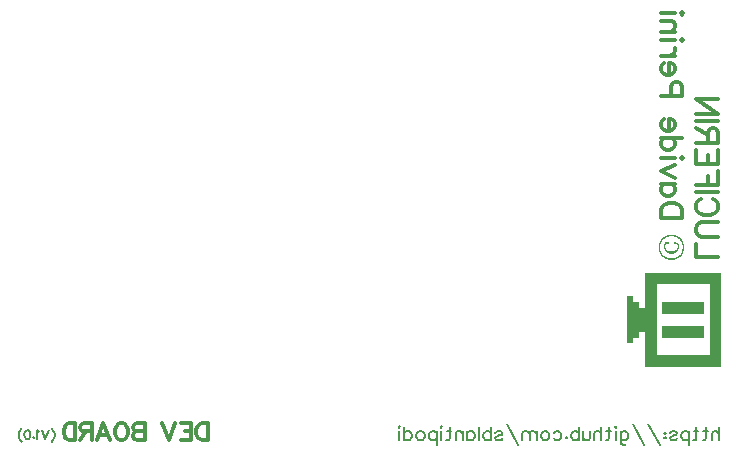
<source format=gbo>
G04 Layer: BottomSilkLayer*
G04 EasyEDA v6.4.20.6, 2021-07-29T18:27:26+02:00*
G04 b234656e15784b60829a7703d43b9120,4245c91a3b6e4cf7aa995480f5c7e4a3,10*
G04 Gerber Generator version 0.2*
G04 Scale: 100 percent, Rotated: No, Reflected: No *
G04 Dimensions in millimeters *
G04 leading zeros omitted , absolute positions ,4 integer and 5 decimal *
%FSLAX45Y45*%
%MOMM*%

%ADD26C,0.2032*%
%ADD30C,0.1540*%
%ADD31C,0.3500*%
%ADD32C,0.3000*%

%LPD*%
G36*
X5364581Y12514478D02*
G01*
X5364581Y12414504D01*
X5914593Y12414504D01*
X5914593Y11814505D01*
X5464606Y11814505D01*
X5464606Y12414504D01*
X5364581Y12414504D01*
X5364581Y12214504D01*
X5314594Y12214504D01*
X5314594Y12264491D01*
X5264607Y12264491D01*
X5264607Y12314478D01*
X5214620Y12314478D01*
X5214620Y11914479D01*
X5264607Y11914479D01*
X5264607Y11964466D01*
X5314594Y11964466D01*
X5314594Y12014454D01*
X5364581Y12014454D01*
X5364581Y11714480D01*
X6014618Y11714480D01*
X6014618Y12514478D01*
G37*
G36*
X5514594Y12264491D02*
G01*
X5514594Y12164466D01*
X5864606Y12164466D01*
X5864606Y12264491D01*
G37*
G36*
X5514594Y12064492D02*
G01*
X5514594Y11964466D01*
X5864606Y11964466D01*
X5864606Y12064492D01*
G37*
G36*
X5590997Y12835940D02*
G01*
X5583936Y12835737D01*
X5577078Y12835229D01*
X5570423Y12834366D01*
X5563971Y12833146D01*
X5557774Y12831622D01*
X5551779Y12829743D01*
X5545988Y12827609D01*
X5540451Y12825171D01*
X5535168Y12822428D01*
X5530088Y12819430D01*
X5525262Y12816128D01*
X5520639Y12812623D01*
X5516321Y12808864D01*
X5512206Y12804851D01*
X5508345Y12800634D01*
X5504789Y12796164D01*
X5501487Y12791541D01*
X5498439Y12786715D01*
X5495645Y12781686D01*
X5493156Y12776454D01*
X5490921Y12771120D01*
X5488990Y12765582D01*
X5487365Y12759944D01*
X5485993Y12754102D01*
X5484926Y12748209D01*
X5484164Y12742164D01*
X5483707Y12736017D01*
X5483555Y12729768D01*
X5494477Y12729768D01*
X5494578Y12735306D01*
X5495036Y12740741D01*
X5495747Y12746075D01*
X5496712Y12751257D01*
X5497931Y12756388D01*
X5499455Y12761366D01*
X5501233Y12766192D01*
X5505500Y12775387D01*
X5510784Y12783972D01*
X5513832Y12788036D01*
X5517032Y12791846D01*
X5520537Y12795504D01*
X5524246Y12798958D01*
X5528157Y12802209D01*
X5532272Y12805257D01*
X5536641Y12808051D01*
X5541213Y12810642D01*
X5545937Y12812979D01*
X5550916Y12815112D01*
X5556097Y12816941D01*
X5561431Y12818516D01*
X5567019Y12819837D01*
X5572709Y12820853D01*
X5578652Y12821615D01*
X5584698Y12822072D01*
X5590997Y12822224D01*
X5597194Y12822072D01*
X5603240Y12821615D01*
X5609132Y12820853D01*
X5614822Y12819837D01*
X5620359Y12818516D01*
X5625693Y12816941D01*
X5630824Y12815112D01*
X5635752Y12812979D01*
X5640476Y12810642D01*
X5644997Y12808051D01*
X5649315Y12805257D01*
X5653430Y12802209D01*
X5657291Y12798958D01*
X5660948Y12795504D01*
X5664403Y12791846D01*
X5667603Y12788036D01*
X5670600Y12783972D01*
X5675833Y12775387D01*
X5678068Y12770866D01*
X5681827Y12761366D01*
X5683300Y12756388D01*
X5684520Y12751257D01*
X5685485Y12746075D01*
X5686196Y12740741D01*
X5686602Y12735306D01*
X5686755Y12729768D01*
X5686602Y12724180D01*
X5686196Y12718745D01*
X5684570Y12708128D01*
X5683351Y12703048D01*
X5681878Y12698069D01*
X5680151Y12693192D01*
X5678170Y12688519D01*
X5675934Y12683947D01*
X5673445Y12679578D01*
X5667756Y12671298D01*
X5664555Y12667437D01*
X5661152Y12663779D01*
X5657494Y12660325D01*
X5653633Y12657074D01*
X5649518Y12654026D01*
X5645200Y12651232D01*
X5640679Y12648641D01*
X5635955Y12646304D01*
X5631027Y12644170D01*
X5625896Y12642342D01*
X5620512Y12640767D01*
X5614974Y12639446D01*
X5609285Y12638430D01*
X5603341Y12637668D01*
X5597245Y12637211D01*
X5590997Y12637058D01*
X5584647Y12637211D01*
X5578500Y12637668D01*
X5572556Y12638430D01*
X5566765Y12639446D01*
X5561177Y12640767D01*
X5555792Y12642342D01*
X5550611Y12644170D01*
X5545632Y12646304D01*
X5540857Y12648641D01*
X5536285Y12651232D01*
X5531967Y12654026D01*
X5527802Y12657074D01*
X5520232Y12663779D01*
X5516778Y12667437D01*
X5513578Y12671298D01*
X5510580Y12675362D01*
X5507837Y12679578D01*
X5505348Y12683947D01*
X5503113Y12688519D01*
X5501132Y12693192D01*
X5499354Y12698069D01*
X5497880Y12703048D01*
X5496661Y12708128D01*
X5495696Y12713411D01*
X5494578Y12724180D01*
X5494477Y12729768D01*
X5483555Y12729768D01*
X5483707Y12723520D01*
X5484164Y12717322D01*
X5484926Y12711277D01*
X5485993Y12705334D01*
X5487365Y12699492D01*
X5488990Y12693802D01*
X5490921Y12688265D01*
X5493156Y12682880D01*
X5495645Y12677698D01*
X5498439Y12672618D01*
X5501487Y12667792D01*
X5504789Y12663119D01*
X5508345Y12658699D01*
X5512206Y12654432D01*
X5516321Y12650419D01*
X5520639Y12646660D01*
X5525262Y12643154D01*
X5530088Y12639852D01*
X5535168Y12636855D01*
X5540451Y12634112D01*
X5545988Y12631674D01*
X5551779Y12629540D01*
X5557774Y12627660D01*
X5563971Y12626136D01*
X5570423Y12624917D01*
X5577078Y12624054D01*
X5583936Y12623495D01*
X5590997Y12623342D01*
X5598007Y12623495D01*
X5604814Y12624054D01*
X5611418Y12624917D01*
X5617819Y12626136D01*
X5624017Y12627660D01*
X5629960Y12629540D01*
X5635701Y12631674D01*
X5641187Y12634112D01*
X5646470Y12636855D01*
X5651449Y12639852D01*
X5656275Y12643154D01*
X5660796Y12646660D01*
X5665114Y12650419D01*
X5669127Y12654432D01*
X5672937Y12658699D01*
X5676493Y12663119D01*
X5679744Y12667792D01*
X5682742Y12672618D01*
X5685485Y12677698D01*
X5687923Y12682880D01*
X5690158Y12688265D01*
X5692038Y12693802D01*
X5693664Y12699492D01*
X5694984Y12705334D01*
X5696051Y12711277D01*
X5696813Y12717322D01*
X5697270Y12723520D01*
X5697423Y12729768D01*
X5697270Y12736017D01*
X5696813Y12742164D01*
X5696051Y12748209D01*
X5694984Y12754102D01*
X5693664Y12759944D01*
X5692038Y12765582D01*
X5690158Y12771120D01*
X5685485Y12781686D01*
X5682742Y12786715D01*
X5679744Y12791541D01*
X5676493Y12796164D01*
X5672937Y12800634D01*
X5669127Y12804851D01*
X5665114Y12808864D01*
X5660796Y12812623D01*
X5656275Y12816128D01*
X5651449Y12819430D01*
X5646470Y12822428D01*
X5641187Y12825171D01*
X5635701Y12827609D01*
X5629960Y12829743D01*
X5624017Y12831622D01*
X5617819Y12833146D01*
X5611418Y12834366D01*
X5604814Y12835229D01*
X5598007Y12835737D01*
G37*
G36*
X5566613Y12771678D02*
G01*
X5537149Y12770916D01*
X5533339Y12762382D01*
X5530748Y12753492D01*
X5529224Y12744246D01*
X5528767Y12734594D01*
X5529021Y12728041D01*
X5529935Y12721793D01*
X5531358Y12715849D01*
X5533288Y12710210D01*
X5535777Y12704927D01*
X5538724Y12700000D01*
X5542178Y12695428D01*
X5546039Y12691262D01*
X5550357Y12687554D01*
X5555081Y12684252D01*
X5560212Y12681407D01*
X5565698Y12679019D01*
X5571540Y12677140D01*
X5577738Y12675768D01*
X5584190Y12674904D01*
X5590997Y12674650D01*
X5597702Y12674955D01*
X5604154Y12675819D01*
X5610352Y12677241D01*
X5616194Y12679172D01*
X5621731Y12681661D01*
X5626912Y12684556D01*
X5631688Y12687960D01*
X5636056Y12691770D01*
X5640019Y12695986D01*
X5643524Y12700558D01*
X5646521Y12705486D01*
X5649061Y12710769D01*
X5651042Y12716306D01*
X5652516Y12722148D01*
X5653430Y12728244D01*
X5653735Y12734594D01*
X5653278Y12744145D01*
X5651855Y12752730D01*
X5649214Y12760858D01*
X5645099Y12769138D01*
X5615635Y12769900D01*
X5615635Y12757962D01*
X5640273Y12753390D01*
X5641695Y12749225D01*
X5642660Y12745110D01*
X5643168Y12741148D01*
X5643321Y12737388D01*
X5642914Y12731648D01*
X5641797Y12726212D01*
X5639968Y12721031D01*
X5637377Y12716256D01*
X5634024Y12711887D01*
X5630011Y12707924D01*
X5625236Y12704470D01*
X5619800Y12701524D01*
X5613603Y12699187D01*
X5606745Y12697409D01*
X5599226Y12696342D01*
X5590997Y12695986D01*
X5582970Y12696342D01*
X5575604Y12697358D01*
X5568899Y12698984D01*
X5562803Y12701219D01*
X5557418Y12704064D01*
X5552744Y12707416D01*
X5548680Y12711277D01*
X5545378Y12715646D01*
X5542788Y12720421D01*
X5540908Y12725603D01*
X5539790Y12731191D01*
X5539435Y12737134D01*
X5539587Y12740944D01*
X5540095Y12745364D01*
X5541111Y12750088D01*
X5542737Y12754914D01*
X5566613Y12759486D01*
G37*
D31*
X5987938Y12644120D02*
G01*
X5797029Y12644120D01*
X5797029Y12644120D02*
G01*
X5797029Y12753210D01*
X5987938Y12813210D02*
G01*
X5851575Y12813210D01*
X5824301Y12822301D01*
X5806119Y12840484D01*
X5797029Y12867756D01*
X5797029Y12885938D01*
X5806119Y12913210D01*
X5824301Y12931391D01*
X5851575Y12940484D01*
X5987938Y12940484D01*
X5942482Y13136846D02*
G01*
X5960666Y13127756D01*
X5978847Y13109575D01*
X5987938Y13091393D01*
X5987938Y13055028D01*
X5978847Y13036847D01*
X5960666Y13018665D01*
X5942482Y13009575D01*
X5915210Y13000484D01*
X5869757Y13000484D01*
X5842482Y13009575D01*
X5824301Y13018665D01*
X5806119Y13036847D01*
X5797029Y13055028D01*
X5797029Y13091393D01*
X5806119Y13109575D01*
X5824301Y13127756D01*
X5842482Y13136846D01*
X5987938Y13196846D02*
G01*
X5797029Y13196846D01*
X5987938Y13256846D02*
G01*
X5797029Y13256846D01*
X5987938Y13256846D02*
G01*
X5987938Y13375027D01*
X5897029Y13256846D02*
G01*
X5897029Y13329574D01*
X5987938Y13435030D02*
G01*
X5797029Y13435030D01*
X5987938Y13435030D02*
G01*
X5987938Y13553211D01*
X5897029Y13435030D02*
G01*
X5897029Y13507755D01*
X5797029Y13435030D02*
G01*
X5797029Y13553211D01*
X5987938Y13613211D02*
G01*
X5797029Y13613211D01*
X5987938Y13613211D02*
G01*
X5987938Y13695029D01*
X5978847Y13722301D01*
X5969756Y13731392D01*
X5951575Y13740483D01*
X5933391Y13740483D01*
X5915210Y13731392D01*
X5906119Y13722301D01*
X5897029Y13695029D01*
X5897029Y13613211D01*
X5897029Y13676848D02*
G01*
X5797029Y13740483D01*
X5987938Y13800482D02*
G01*
X5797029Y13800482D01*
X5987938Y13860482D02*
G01*
X5797029Y13860482D01*
X5987938Y13860482D02*
G01*
X5797029Y13987757D01*
X5987938Y13987757D02*
G01*
X5797029Y13987757D01*
X1663700Y11238463D02*
G01*
X1663700Y11095281D01*
X1663700Y11238463D02*
G01*
X1615973Y11238463D01*
X1595518Y11231646D01*
X1581881Y11218009D01*
X1575064Y11204371D01*
X1568244Y11183917D01*
X1568244Y11149827D01*
X1575064Y11129373D01*
X1581881Y11115735D01*
X1595518Y11102101D01*
X1615973Y11095281D01*
X1663700Y11095281D01*
X1523245Y11238463D02*
G01*
X1523245Y11095281D01*
X1523245Y11238463D02*
G01*
X1434609Y11238463D01*
X1523245Y11170282D02*
G01*
X1468699Y11170282D01*
X1523245Y11095281D02*
G01*
X1434609Y11095281D01*
X1389608Y11238463D02*
G01*
X1335064Y11095281D01*
X1280518Y11238463D02*
G01*
X1335064Y11095281D01*
X1130518Y11238463D02*
G01*
X1130518Y11095281D01*
X1130518Y11238463D02*
G01*
X1069154Y11238463D01*
X1048699Y11231646D01*
X1041882Y11224826D01*
X1035062Y11211191D01*
X1035062Y11197554D01*
X1041882Y11183917D01*
X1048699Y11177099D01*
X1069154Y11170282D01*
X1130518Y11170282D02*
G01*
X1069154Y11170282D01*
X1048699Y11163462D01*
X1041882Y11156645D01*
X1035062Y11143007D01*
X1035062Y11122553D01*
X1041882Y11108918D01*
X1048699Y11102101D01*
X1069154Y11095281D01*
X1130518Y11095281D01*
X949154Y11238463D02*
G01*
X962792Y11231646D01*
X976426Y11218009D01*
X983246Y11204371D01*
X990064Y11183917D01*
X990064Y11149827D01*
X983246Y11129373D01*
X976426Y11115735D01*
X962792Y11102101D01*
X949154Y11095281D01*
X921882Y11095281D01*
X908245Y11102101D01*
X894608Y11115735D01*
X887790Y11129373D01*
X880973Y11149827D01*
X880973Y11183917D01*
X887790Y11204371D01*
X894608Y11218009D01*
X908245Y11231646D01*
X921882Y11238463D01*
X949154Y11238463D01*
X781428Y11238463D02*
G01*
X835972Y11095281D01*
X781428Y11238463D02*
G01*
X726881Y11095281D01*
X815517Y11143007D02*
G01*
X747336Y11143007D01*
X681880Y11238463D02*
G01*
X681880Y11095281D01*
X681880Y11238463D02*
G01*
X620516Y11238463D01*
X600064Y11231646D01*
X593244Y11224826D01*
X586427Y11211191D01*
X586427Y11197554D01*
X593244Y11183917D01*
X600064Y11177099D01*
X620516Y11170282D01*
X681880Y11170282D01*
X634154Y11170282D02*
G01*
X586427Y11095281D01*
X541426Y11238463D02*
G01*
X541426Y11095281D01*
X541426Y11238463D02*
G01*
X493699Y11238463D01*
X473245Y11231646D01*
X459607Y11218009D01*
X452790Y11204371D01*
X445973Y11183917D01*
X445973Y11149827D01*
X452790Y11129373D01*
X459607Y11115735D01*
X473245Y11102101D01*
X493699Y11095281D01*
X541426Y11095281D01*
D26*
X5994400Y11208191D02*
G01*
X5994400Y11093645D01*
X5994400Y11148192D02*
G01*
X5978037Y11164554D01*
X5967128Y11170008D01*
X5950762Y11170008D01*
X5939853Y11164554D01*
X5934400Y11148192D01*
X5934400Y11093645D01*
X5882035Y11208191D02*
G01*
X5882035Y11115464D01*
X5876582Y11099098D01*
X5865672Y11093645D01*
X5854763Y11093645D01*
X5898400Y11170008D02*
G01*
X5860219Y11170008D01*
X5802398Y11208191D02*
G01*
X5802398Y11115464D01*
X5796945Y11099098D01*
X5786036Y11093645D01*
X5775126Y11093645D01*
X5818764Y11170008D02*
G01*
X5780582Y11170008D01*
X5739127Y11170008D02*
G01*
X5739127Y11055464D01*
X5739127Y11153645D02*
G01*
X5728218Y11164554D01*
X5717308Y11170008D01*
X5700946Y11170008D01*
X5690036Y11164554D01*
X5679127Y11153645D01*
X5673671Y11137282D01*
X5673671Y11126373D01*
X5679127Y11110008D01*
X5690036Y11099098D01*
X5700946Y11093645D01*
X5717308Y11093645D01*
X5728218Y11099098D01*
X5739127Y11110008D01*
X5577672Y11153645D02*
G01*
X5583128Y11164554D01*
X5599490Y11170008D01*
X5615853Y11170008D01*
X5632218Y11164554D01*
X5637672Y11153645D01*
X5632218Y11142736D01*
X5621309Y11137282D01*
X5594037Y11131826D01*
X5583128Y11126373D01*
X5577672Y11115464D01*
X5577672Y11110008D01*
X5583128Y11099098D01*
X5599490Y11093645D01*
X5615853Y11093645D01*
X5632218Y11099098D01*
X5637672Y11110008D01*
X5536217Y11159098D02*
G01*
X5541672Y11153645D01*
X5536217Y11148192D01*
X5530763Y11153645D01*
X5536217Y11159098D01*
X5536217Y11120917D02*
G01*
X5541672Y11115464D01*
X5536217Y11110008D01*
X5530763Y11115464D01*
X5536217Y11120917D01*
X5396583Y11230008D02*
G01*
X5494764Y11055464D01*
X5262399Y11230008D02*
G01*
X5360581Y11055464D01*
X5160944Y11170008D02*
G01*
X5160944Y11082736D01*
X5166400Y11066373D01*
X5171854Y11060917D01*
X5182763Y11055464D01*
X5199128Y11055464D01*
X5210035Y11060917D01*
X5160944Y11153645D02*
G01*
X5171854Y11164554D01*
X5182763Y11170008D01*
X5199128Y11170008D01*
X5210035Y11164554D01*
X5220944Y11153645D01*
X5226400Y11137282D01*
X5226400Y11126373D01*
X5220944Y11110008D01*
X5210035Y11099098D01*
X5199128Y11093645D01*
X5182763Y11093645D01*
X5171854Y11099098D01*
X5160944Y11110008D01*
X5124945Y11208191D02*
G01*
X5119491Y11202736D01*
X5114036Y11208191D01*
X5119491Y11213645D01*
X5124945Y11208191D01*
X5119491Y11170008D02*
G01*
X5119491Y11093645D01*
X5061673Y11208191D02*
G01*
X5061673Y11115464D01*
X5056217Y11099098D01*
X5045308Y11093645D01*
X5034399Y11093645D01*
X5078036Y11170008D02*
G01*
X5039855Y11170008D01*
X4998399Y11208191D02*
G01*
X4998399Y11093645D01*
X4998399Y11148192D02*
G01*
X4982037Y11164554D01*
X4971127Y11170008D01*
X4954762Y11170008D01*
X4943853Y11164554D01*
X4938400Y11148192D01*
X4938400Y11093645D01*
X4902400Y11170008D02*
G01*
X4902400Y11115464D01*
X4896944Y11099098D01*
X4886035Y11093645D01*
X4869672Y11093645D01*
X4858763Y11099098D01*
X4842400Y11115464D01*
X4842400Y11170008D02*
G01*
X4842400Y11093645D01*
X4806398Y11208191D02*
G01*
X4806398Y11093645D01*
X4806398Y11153645D02*
G01*
X4795492Y11164554D01*
X4784582Y11170008D01*
X4768217Y11170008D01*
X4757308Y11164554D01*
X4746398Y11153645D01*
X4740945Y11137282D01*
X4740945Y11126373D01*
X4746398Y11110008D01*
X4757308Y11099098D01*
X4768217Y11093645D01*
X4784582Y11093645D01*
X4795492Y11099098D01*
X4806398Y11110008D01*
X4699490Y11120917D02*
G01*
X4704946Y11115464D01*
X4699490Y11110008D01*
X4694036Y11115464D01*
X4699490Y11120917D01*
X4592581Y11153645D02*
G01*
X4603490Y11164554D01*
X4614400Y11170008D01*
X4630762Y11170008D01*
X4641672Y11164554D01*
X4652581Y11153645D01*
X4658037Y11137282D01*
X4658037Y11126373D01*
X4652581Y11110008D01*
X4641672Y11099098D01*
X4630762Y11093645D01*
X4614400Y11093645D01*
X4603490Y11099098D01*
X4592581Y11110008D01*
X4529310Y11170008D02*
G01*
X4540216Y11164554D01*
X4551126Y11153645D01*
X4556582Y11137282D01*
X4556582Y11126373D01*
X4551126Y11110008D01*
X4540216Y11099098D01*
X4529310Y11093645D01*
X4512945Y11093645D01*
X4502035Y11099098D01*
X4491126Y11110008D01*
X4485673Y11126373D01*
X4485673Y11137282D01*
X4491126Y11153645D01*
X4502035Y11164554D01*
X4512945Y11170008D01*
X4529310Y11170008D01*
X4449673Y11170008D02*
G01*
X4449673Y11093645D01*
X4449673Y11148192D02*
G01*
X4433308Y11164554D01*
X4422399Y11170008D01*
X4406036Y11170008D01*
X4395127Y11164554D01*
X4389673Y11148192D01*
X4389673Y11093645D01*
X4389673Y11148192D02*
G01*
X4373308Y11164554D01*
X4362399Y11170008D01*
X4346036Y11170008D01*
X4335127Y11164554D01*
X4329673Y11148192D01*
X4329673Y11093645D01*
X4195490Y11230008D02*
G01*
X4293671Y11055464D01*
X4099491Y11153645D02*
G01*
X4104944Y11164554D01*
X4121310Y11170008D01*
X4137672Y11170008D01*
X4154035Y11164554D01*
X4159491Y11153645D01*
X4154035Y11142736D01*
X4143126Y11137282D01*
X4115854Y11131826D01*
X4104944Y11126373D01*
X4099491Y11115464D01*
X4099491Y11110008D01*
X4104944Y11099098D01*
X4121310Y11093645D01*
X4137672Y11093645D01*
X4154035Y11099098D01*
X4159491Y11110008D01*
X4063491Y11208191D02*
G01*
X4063491Y11093645D01*
X4063491Y11153645D02*
G01*
X4052582Y11164554D01*
X4041673Y11170008D01*
X4025308Y11170008D01*
X4014398Y11164554D01*
X4003492Y11153645D01*
X3998036Y11137282D01*
X3998036Y11126373D01*
X4003492Y11110008D01*
X4014398Y11099098D01*
X4025308Y11093645D01*
X4041673Y11093645D01*
X4052582Y11099098D01*
X4063491Y11110008D01*
X3962036Y11208191D02*
G01*
X3962036Y11093645D01*
X3860581Y11170008D02*
G01*
X3860581Y11093645D01*
X3860581Y11153645D02*
G01*
X3871490Y11164554D01*
X3882400Y11170008D01*
X3898762Y11170008D01*
X3909672Y11164554D01*
X3920581Y11153645D01*
X3926037Y11137282D01*
X3926037Y11126373D01*
X3920581Y11110008D01*
X3909672Y11099098D01*
X3898762Y11093645D01*
X3882400Y11093645D01*
X3871490Y11099098D01*
X3860581Y11110008D01*
X3824582Y11170008D02*
G01*
X3824582Y11093645D01*
X3824582Y11148192D02*
G01*
X3808216Y11164554D01*
X3797310Y11170008D01*
X3780944Y11170008D01*
X3770035Y11164554D01*
X3764582Y11148192D01*
X3764582Y11093645D01*
X3712217Y11208191D02*
G01*
X3712217Y11115464D01*
X3706764Y11099098D01*
X3695854Y11093645D01*
X3684945Y11093645D01*
X3728582Y11170008D02*
G01*
X3690399Y11170008D01*
X3648946Y11208191D02*
G01*
X3643490Y11202736D01*
X3638036Y11208191D01*
X3643490Y11213645D01*
X3648946Y11208191D01*
X3643490Y11170008D02*
G01*
X3643490Y11093645D01*
X3602037Y11170008D02*
G01*
X3602037Y11055464D01*
X3602037Y11153645D02*
G01*
X3591128Y11164554D01*
X3580218Y11170008D01*
X3563853Y11170008D01*
X3552944Y11164554D01*
X3542037Y11153645D01*
X3536581Y11137282D01*
X3536581Y11126373D01*
X3542037Y11110008D01*
X3552944Y11099098D01*
X3563853Y11093645D01*
X3580218Y11093645D01*
X3591128Y11099098D01*
X3602037Y11110008D01*
X3473310Y11170008D02*
G01*
X3484217Y11164554D01*
X3495126Y11153645D01*
X3500582Y11137282D01*
X3500582Y11126373D01*
X3495126Y11110008D01*
X3484217Y11099098D01*
X3473310Y11093645D01*
X3456945Y11093645D01*
X3446035Y11099098D01*
X3435126Y11110008D01*
X3429673Y11126373D01*
X3429673Y11137282D01*
X3435126Y11153645D01*
X3446035Y11164554D01*
X3456945Y11170008D01*
X3473310Y11170008D01*
X3328217Y11208191D02*
G01*
X3328217Y11093645D01*
X3328217Y11153645D02*
G01*
X3339127Y11164554D01*
X3350036Y11170008D01*
X3366399Y11170008D01*
X3377308Y11164554D01*
X3388217Y11153645D01*
X3393673Y11137282D01*
X3393673Y11126373D01*
X3388217Y11110008D01*
X3377308Y11099098D01*
X3366399Y11093645D01*
X3350036Y11093645D01*
X3339127Y11099098D01*
X3328217Y11110008D01*
X3292218Y11208191D02*
G01*
X3286762Y11202736D01*
X3281309Y11208191D01*
X3286762Y11213645D01*
X3292218Y11208191D01*
X3286762Y11170008D02*
G01*
X3286762Y11093645D01*
D30*
X342846Y11195072D02*
G01*
X350118Y11187800D01*
X357390Y11176891D01*
X364662Y11162344D01*
X368300Y11144163D01*
X368300Y11129617D01*
X364662Y11111435D01*
X357390Y11096891D01*
X350118Y11085982D01*
X342846Y11078710D01*
X318846Y11180526D02*
G01*
X289755Y11104163D01*
X260664Y11180526D02*
G01*
X289755Y11104163D01*
X236664Y11165982D02*
G01*
X229389Y11169616D01*
X218483Y11180526D01*
X218483Y11104163D01*
X190845Y11122345D02*
G01*
X194482Y11118710D01*
X190845Y11115073D01*
X187210Y11118710D01*
X190845Y11122345D01*
X141391Y11180526D02*
G01*
X152300Y11176891D01*
X159572Y11165982D01*
X163210Y11147800D01*
X163210Y11136891D01*
X159572Y11118710D01*
X152300Y11107801D01*
X141391Y11104163D01*
X134119Y11104163D01*
X123210Y11107801D01*
X115935Y11118710D01*
X112301Y11136891D01*
X112301Y11147800D01*
X115935Y11165982D01*
X123210Y11176891D01*
X134119Y11180526D01*
X141391Y11180526D01*
X88300Y11195072D02*
G01*
X81028Y11187800D01*
X73753Y11176891D01*
X66481Y11162344D01*
X62847Y11144163D01*
X62847Y11129617D01*
X66481Y11111435D01*
X73753Y11096891D01*
X81028Y11085982D01*
X88300Y11078710D01*
D32*
X5681583Y12980809D02*
G01*
X5500220Y12980809D01*
X5681583Y12980809D02*
G01*
X5681583Y13041264D01*
X5672947Y13067172D01*
X5655675Y13084446D01*
X5638401Y13093082D01*
X5612493Y13101718D01*
X5569310Y13101718D01*
X5543402Y13093082D01*
X5526130Y13084446D01*
X5508856Y13067172D01*
X5500220Y13041264D01*
X5500220Y12980809D01*
X5621129Y13262355D02*
G01*
X5500220Y13262355D01*
X5595221Y13262355D02*
G01*
X5612493Y13245081D01*
X5621129Y13227809D01*
X5621129Y13201901D01*
X5612493Y13184626D01*
X5595221Y13167354D01*
X5569310Y13158718D01*
X5552038Y13158718D01*
X5526130Y13167354D01*
X5508856Y13184626D01*
X5500220Y13201901D01*
X5500220Y13227809D01*
X5508856Y13245081D01*
X5526130Y13262355D01*
X5621129Y13319356D02*
G01*
X5500220Y13371172D01*
X5621129Y13422990D02*
G01*
X5500220Y13371172D01*
X5681583Y13479990D02*
G01*
X5672947Y13488626D01*
X5681583Y13497265D01*
X5690219Y13488626D01*
X5681583Y13479990D01*
X5621129Y13488626D02*
G01*
X5500220Y13488626D01*
X5681583Y13657900D02*
G01*
X5500220Y13657900D01*
X5595221Y13657900D02*
G01*
X5612493Y13640628D01*
X5621129Y13623356D01*
X5621129Y13597445D01*
X5612493Y13580173D01*
X5595221Y13562901D01*
X5569310Y13554265D01*
X5552038Y13554265D01*
X5526130Y13562901D01*
X5508856Y13580173D01*
X5500220Y13597445D01*
X5500220Y13623356D01*
X5508856Y13640628D01*
X5526130Y13657900D01*
X5569310Y13714900D02*
G01*
X5569310Y13818537D01*
X5586585Y13818537D01*
X5603857Y13809901D01*
X5612493Y13801265D01*
X5621129Y13783990D01*
X5621129Y13758082D01*
X5612493Y13740810D01*
X5595221Y13723536D01*
X5569310Y13714900D01*
X5552038Y13714900D01*
X5526130Y13723536D01*
X5508856Y13740810D01*
X5500220Y13758082D01*
X5500220Y13783990D01*
X5508856Y13801265D01*
X5526130Y13818537D01*
X5681583Y14008536D02*
G01*
X5500220Y14008536D01*
X5681583Y14008536D02*
G01*
X5681583Y14086263D01*
X5672947Y14112173D01*
X5664311Y14120809D01*
X5647039Y14129445D01*
X5621129Y14129445D01*
X5603857Y14120809D01*
X5595221Y14112173D01*
X5586585Y14086263D01*
X5586585Y14008536D01*
X5569310Y14186446D02*
G01*
X5569310Y14290083D01*
X5586585Y14290083D01*
X5603857Y14281447D01*
X5612493Y14272808D01*
X5621129Y14255536D01*
X5621129Y14229628D01*
X5612493Y14212354D01*
X5595221Y14195082D01*
X5569310Y14186446D01*
X5552038Y14186446D01*
X5526130Y14195082D01*
X5508856Y14212354D01*
X5500220Y14229628D01*
X5500220Y14255536D01*
X5508856Y14272808D01*
X5526130Y14290083D01*
X5621129Y14347083D02*
G01*
X5500220Y14347083D01*
X5569310Y14347083D02*
G01*
X5595221Y14355719D01*
X5612493Y14372991D01*
X5621129Y14390263D01*
X5621129Y14416173D01*
X5681583Y14473174D02*
G01*
X5672947Y14481810D01*
X5681583Y14490445D01*
X5690219Y14481810D01*
X5681583Y14473174D01*
X5621129Y14481810D02*
G01*
X5500220Y14481810D01*
X5621129Y14547446D02*
G01*
X5500220Y14547446D01*
X5586585Y14547446D02*
G01*
X5612493Y14573354D01*
X5621129Y14590628D01*
X5621129Y14616536D01*
X5612493Y14633808D01*
X5586585Y14642447D01*
X5500220Y14642447D01*
X5681583Y14699444D02*
G01*
X5672947Y14708083D01*
X5681583Y14716719D01*
X5690219Y14708083D01*
X5681583Y14699444D01*
X5621129Y14708083D02*
G01*
X5500220Y14708083D01*
M02*

</source>
